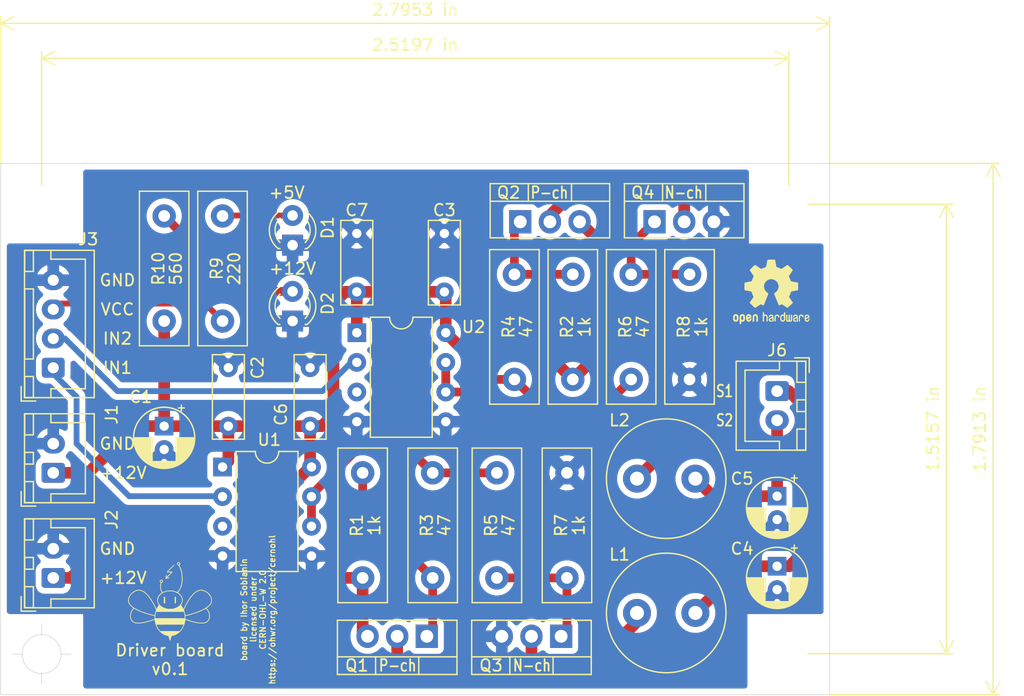
<source format=kicad_pcb>
(kicad_pcb (version 20171130) (host pcbnew 5.1.10-88a1d61d58~90~ubuntu20.04.1)
  (layers (0 F.Cu signal) (31 B.Cu signal) (34 B.Paste user) (35 F.Paste user) (36 B.SilkS user) (37 F.SilkS user) (38 B.Mask user) (39 F.Mask user) (44 Edge.Cuts user))
  (net 0 "")
  (net 1 GND)
  (net 2 +12V)
  (net 3 "Net-(C4-Pad1)")
  (net 4 "Net-(C5-Pad1)")
  (net 5 "Net-(D1-Pad2)")
  (net 6 "Net-(D2-Pad2)")
  (net 7 IN2)
  (net 8 IN1)
  (net 9 +5V)
  (net 10 "Net-(L1-Pad1)")
  (net 11 "Net-(L2-Pad1)")
  (net 12 "Net-(Q1-Pad1)")
  (net 13 "Net-(Q2-Pad1)")
  (net 14 "Net-(Q3-Pad1)")
  (net 15 "Net-(Q4-Pad1)")
  (net 16 "Net-(R3-Pad1)")
  (net 17 "Net-(R4-Pad1)")
  (net 18 "Net-(U1-Pad3)")
  (net 19 "Net-(U2-Pad3)")
  (module logo-beehive:logo-beehive-7_2х6_7mm (layer F.Cu) (at 138.5 108.5)
    (fp_text reference G*** hide)
    (fp_text value LOGO hide)
  )
  (module Connector_JST:JST_XH_B2B-XH-A_1x02_P2.50mm_Vertical (layer F.Cu) (at 128.5 97.5 90)
    (fp_text reference J1 (at 5 5 90) (layer F.SilkS))
    (fp_text value Conn_01x02)
    (pad 2 thru_hole oval (at 2.5 0 90) (size 1.7 2) (drill 1) (layers *.Cu *.Mask) (net 1 GND))
    (pad 1 thru_hole roundrect (at 0 0 90) (size 1.7 2) (drill 1) (layers *.Cu *.Mask) (roundrect_rratio 0.1470588235294118) (net 2 +12V))
  )
  (module Symbol:OSHW-Logo2_7.3x6mm_SilkScreen (layer F.Cu) (at 190 82)
    (fp_text reference REF** hide)
    (fp_text value OSHW-Logo2_7.3x6mm_SilkScreen hide)
  )
  (module MountingHole:MountingHole_3.2mm_M3_DIN965 (layer F.Cu) (at 127.5 113)
    (fp_text reference REF** hide)
    (fp_text value MountingHole_3.2mm_M3_DIN965 hide)
    (pad 1 np_thru_hole circle (at 0 0) (size 3.2 3.2) (drill 3.2) (layers *.Cu *.Mask))
  )
  (module MountingHole:MountingHole_3.2mm_M3_DIN965 (layer F.Cu) (at 127.5 74.5)
    (fp_text reference REF**)
    (fp_text value MountingHole_3.2mm_M3_DIN965)
    (pad 1 np_thru_hole circle (at 0 0) (size 3.2 3.2) (drill 3.2) (layers *.Cu *.Mask))
  )
  (module MountingHole:MountingHole_3.2mm_M3_DIN965 (layer F.Cu) (at 191.5 74.5)
    (fp_text reference REF**)
    (fp_text value MountingHole_3.2mm_M3_DIN965)
    (pad 1 np_thru_hole circle (at 0 0) (size 3.2 3.2) (drill 3.2) (layers *.Cu *.Mask))
  )
  (module MountingHole:MountingHole_3.2mm_M3_DIN965 (layer F.Cu) (at 191.5 113)
    (fp_text reference REF**)
    (fp_text value MountingHole_3.2mm_M3_DIN965)
    (pad 1 np_thru_hole circle (at 0 0) (size 3.2 3.2) (drill 3.2) (layers *.Cu *.Mask))
  )
  (module Package_DIP:DIP-8_W7.62mm (layer F.Cu) (at 154.5 85.5)
    (fp_text reference U2 (at 10 -0.5) (layer F.SilkS))
    (fp_text value TC4420CPA)
    (pad 8 thru_hole oval (at 7.62 0) (size 1.6 1.6) (drill 0.8) (layers *.Cu *.Mask) (net 2 +12V))
    (pad 4 thru_hole oval (at 0 7.62) (size 1.6 1.6) (drill 0.8) (layers *.Cu *.Mask) (net 1 GND))
    (pad 7 thru_hole oval (at 7.62 2.54) (size 1.6 1.6) (drill 0.8) (layers *.Cu *.Mask) (net 17 "Net-(R4-Pad1)"))
    (pad 3 thru_hole oval (at 0 5.08) (size 1.6 1.6) (drill 0.8) (layers *.Cu *.Mask) (net 19 "Net-(U2-Pad3)"))
    (pad 6 thru_hole oval (at 7.62 5.08) (size 1.6 1.6) (drill 0.8) (layers *.Cu *.Mask) (net 17 "Net-(R4-Pad1)"))
    (pad 2 thru_hole oval (at 0 2.54) (size 1.6 1.6) (drill 0.8) (layers *.Cu *.Mask) (net 7 IN2))
    (pad 5 thru_hole oval (at 7.62 7.62) (size 1.6 1.6) (drill 0.8) (layers *.Cu *.Mask) (net 1 GND))
    (pad 1 thru_hole rect (at 0 0) (size 1.6 1.6) (drill 0.8) (layers *.Cu *.Mask) (net 2 +12V))
  )
  (module Package_DIP:DIP-8_W7.62mm (layer F.Cu) (at 143 97)
    (fp_text reference U1 (at 4 -2.33) (layer F.SilkS))
    (fp_text value TC4420CPA)
    (pad 8 thru_hole oval (at 7.62 0) (size 1.6 1.6) (drill 0.8) (layers *.Cu *.Mask) (net 2 +12V))
    (pad 4 thru_hole oval (at 0 7.62) (size 1.6 1.6) (drill 0.8) (layers *.Cu *.Mask) (net 1 GND))
    (pad 7 thru_hole oval (at 7.62 2.54) (size 1.6 1.6) (drill 0.8) (layers *.Cu *.Mask) (net 16 "Net-(R3-Pad1)"))
    (pad 3 thru_hole oval (at 0 5.08) (size 1.6 1.6) (drill 0.8) (layers *.Cu *.Mask) (net 18 "Net-(U1-Pad3)"))
    (pad 6 thru_hole oval (at 7.62 5.08) (size 1.6 1.6) (drill 0.8) (layers *.Cu *.Mask) (net 16 "Net-(R3-Pad1)"))
    (pad 2 thru_hole oval (at 0 2.54) (size 1.6 1.6) (drill 0.8) (layers *.Cu *.Mask) (net 8 IN1))
    (pad 5 thru_hole oval (at 7.62 7.62) (size 1.6 1.6) (drill 0.8) (layers *.Cu *.Mask) (net 1 GND))
    (pad 1 thru_hole rect (at 0 0) (size 1.6 1.6) (drill 0.8) (layers *.Cu *.Mask) (net 2 +12V))
  )
  (module Resistor_THT:R_Box_L13.0mm_W4.0mm_P9.00mm (layer F.Cu) (at 138 84.5 90)
    (fp_text reference R10 (at 4.5 -0.5 90) (layer F.SilkS))
    (fp_text value 560)
    (pad 1 thru_hole circle (at 0 0 90) (size 2 2) (drill 1) (layers *.Cu *.Mask) (net 2 +12V))
    (pad 2 thru_hole circle (at 9 0 90) (size 2 2) (drill 1) (layers *.Cu *.Mask) (net 6 "Net-(D2-Pad2)"))
  )
  (module Resistor_THT:R_Box_L13.0mm_W4.0mm_P9.00mm (layer F.Cu) (at 143 84.5 90)
    (fp_text reference R9 (at 4.5 -0.5 90) (layer F.SilkS))
    (fp_text value 220)
    (pad 2 thru_hole circle (at 9 0 90) (size 2 2) (drill 1) (layers *.Cu *.Mask) (net 5 "Net-(D1-Pad2)"))
    (pad 1 thru_hole circle (at 0 0 90) (size 2 2) (drill 1) (layers *.Cu *.Mask) (net 9 +5V))
  )
  (module Resistor_THT:R_Box_L13.0mm_W4.0mm_P9.00mm (layer F.Cu) (at 183 89.5 90)
    (fp_text reference R8 (at 4.5 -0.5 270) (layer F.SilkS))
    (fp_text value 1k)
    (pad 2 thru_hole circle (at 9 0 90) (size 2 2) (drill 1) (layers *.Cu *.Mask) (net 15 "Net-(Q4-Pad1)"))
    (pad 1 thru_hole circle (at 0 0 90) (size 2 2) (drill 1) (layers *.Cu *.Mask) (net 1 GND))
  )
  (module Resistor_THT:R_Box_L13.0mm_W4.0mm_P9.00mm (layer F.Cu) (at 172.5 97.5 270)
    (fp_text reference R7 (at 4.5 0.5 270) (layer F.SilkS))
    (fp_text value 1k)
    (pad 2 thru_hole circle (at 9 0 270) (size 2 2) (drill 1) (layers *.Cu *.Mask) (net 14 "Net-(Q3-Pad1)"))
    (pad 1 thru_hole circle (at 0 0 270) (size 2 2) (drill 1) (layers *.Cu *.Mask) (net 1 GND))
  )
  (module Resistor_THT:R_Box_L13.0mm_W4.0mm_P9.00mm (layer F.Cu) (at 178 89.5 90)
    (fp_text reference R6 (at 4.5 -0.5 270) (layer F.SilkS))
    (fp_text value 47)
    (pad 2 thru_hole circle (at 9 0 90) (size 2 2) (drill 1) (layers *.Cu *.Mask) (net 15 "Net-(Q4-Pad1)"))
    (pad 1 thru_hole circle (at 0 0 90) (size 2 2) (drill 1) (layers *.Cu *.Mask) (net 17 "Net-(R4-Pad1)"))
  )
  (module Resistor_THT:R_Box_L13.0mm_W4.0mm_P9.00mm (layer F.Cu) (at 166.5 97.5 270)
    (fp_text reference R5 (at 4.5 0.5 270) (layer F.SilkS))
    (fp_text value 47)
    (pad 2 thru_hole circle (at 9 0 270) (size 2 2) (drill 1) (layers *.Cu *.Mask) (net 14 "Net-(Q3-Pad1)"))
    (pad 1 thru_hole circle (at 0 0 270) (size 2 2) (drill 1) (layers *.Cu *.Mask) (net 16 "Net-(R3-Pad1)"))
  )
  (module Resistor_THT:R_Box_L13.0mm_W4.0mm_P9.00mm (layer F.Cu) (at 168 89.5 90)
    (fp_text reference R4 (at 4.5 -0.5 90) (layer F.SilkS))
    (fp_text value 47)
    (pad 2 thru_hole circle (at 9 0 90) (size 2 2) (drill 1) (layers *.Cu *.Mask) (net 13 "Net-(Q2-Pad1)"))
    (pad 1 thru_hole circle (at 0 0 90) (size 2 2) (drill 1) (layers *.Cu *.Mask) (net 17 "Net-(R4-Pad1)"))
  )
  (module Resistor_THT:R_Box_L13.0mm_W4.0mm_P9.00mm (layer F.Cu) (at 161 97.5 270)
    (fp_text reference R3 (at 4.5 0.5 270) (layer F.SilkS))
    (fp_text value 47)
    (pad 2 thru_hole circle (at 9 0 270) (size 2 2) (drill 1) (layers *.Cu *.Mask) (net 12 "Net-(Q1-Pad1)"))
    (pad 1 thru_hole circle (at 0 0 270) (size 2 2) (drill 1) (layers *.Cu *.Mask) (net 16 "Net-(R3-Pad1)"))
  )
  (module Resistor_THT:R_Box_L13.0mm_W4.0mm_P9.00mm (layer F.Cu) (at 173 80.5 270)
    (fp_text reference R2 (at 4.5 0.5 270) (layer F.SilkS))
    (fp_text value 1k)
    (pad 2 thru_hole circle (at 9 0 270) (size 2 2) (drill 1) (layers *.Cu *.Mask) (net 2 +12V))
    (pad 1 thru_hole circle (at 0 0 270) (size 2 2) (drill 1) (layers *.Cu *.Mask) (net 13 "Net-(Q2-Pad1)"))
  )
  (module Resistor_THT:R_Box_L13.0mm_W4.0mm_P9.00mm (layer F.Cu) (at 155 97.5 270)
    (fp_text reference R1 (at 4.5 0.5 270) (layer F.SilkS))
    (fp_text value 1k)
    (pad 2 thru_hole circle (at 9 0 270) (size 2 2) (drill 1) (layers *.Cu *.Mask) (net 2 +12V))
    (pad 1 thru_hole circle (at 0 0 270) (size 2 2) (drill 1) (layers *.Cu *.Mask) (net 12 "Net-(Q1-Pad1)"))
  )
  (module Package_TO_SOT_THT:TO-220-3_Vertical (layer F.Cu) (at 180 76)
    (fp_text reference Q4 (at -1 -2.5) (layer F.SilkS))
    (fp_text value IRFZ24NPBF)
    (pad 3 thru_hole oval (at 5.08 0) (size 1.905 2) (drill 1.1) (layers *.Cu *.Mask) (net 1 GND))
    (pad 2 thru_hole oval (at 2.54 0) (size 1.905 2) (drill 1.1) (layers *.Cu *.Mask) (net 11 "Net-(L2-Pad1)"))
    (pad 1 thru_hole rect (at 0 0) (size 1.905 2) (drill 1.1) (layers *.Cu *.Mask) (net 15 "Net-(Q4-Pad1)"))
  )
  (module Package_TO_SOT_THT:TO-220-3_Vertical (layer F.Cu) (at 172 111.5 180)
    (fp_text reference Q3 (at 6 -2.5) (layer F.SilkS))
    (fp_text value IRFZ24NPBF)
    (pad 3 thru_hole oval (at 5.08 0 180) (size 1.905 2) (drill 1.1) (layers *.Cu *.Mask) (net 1 GND))
    (pad 2 thru_hole oval (at 2.54 0 180) (size 1.905 2) (drill 1.1) (layers *.Cu *.Mask) (net 10 "Net-(L1-Pad1)"))
    (pad 1 thru_hole rect (at 0 0 180) (size 1.905 2) (drill 1.1) (layers *.Cu *.Mask) (net 14 "Net-(Q3-Pad1)"))
  )
  (module Package_TO_SOT_THT:TO-220-3_Vertical (layer F.Cu) (at 168.5 76)
    (fp_text reference Q2 (at -1 -2.5) (layer F.SilkS))
    (fp_text value IRF9Z34NPBF)
    (pad 3 thru_hole oval (at 5.08 0) (size 1.905 2) (drill 1.1) (layers *.Cu *.Mask) (net 2 +12V))
    (pad 2 thru_hole oval (at 2.54 0) (size 1.905 2) (drill 1.1) (layers *.Cu *.Mask) (net 11 "Net-(L2-Pad1)"))
    (pad 1 thru_hole rect (at 0 0) (size 1.905 2) (drill 1.1) (layers *.Cu *.Mask) (net 13 "Net-(Q2-Pad1)"))
  )
  (module Package_TO_SOT_THT:TO-220-3_Vertical (layer F.Cu) (at 160.5 111.5 180)
    (fp_text reference Q1 (at 6 -2.5) (layer F.SilkS))
    (fp_text value IRF9Z34NPBF)
    (pad 3 thru_hole oval (at 5.08 0 180) (size 1.905 2) (drill 1.1) (layers *.Cu *.Mask) (net 2 +12V))
    (pad 2 thru_hole oval (at 2.54 0 180) (size 1.905 2) (drill 1.1) (layers *.Cu *.Mask) (net 10 "Net-(L1-Pad1)"))
    (pad 1 thru_hole rect (at 0 0 180) (size 1.905 2) (drill 1.1) (layers *.Cu *.Mask) (net 12 "Net-(Q1-Pad1)"))
  )
  (module Inductor_THT:L_Radial_D10.0mm_P5.00mm_Neosid_SD12_style3 (layer F.Cu) (at 178.5 98)
    (fp_text reference L2 (at -1.5 -5) (layer F.SilkS))
    (fp_text value 33u)
    (pad 2 thru_hole circle (at 5 0) (size 2.4 2.4) (drill 1.2) (layers *.Cu *.Mask) (net 4 "Net-(C5-Pad1)"))
    (pad 1 thru_hole circle (at 0 0) (size 2.4 2.4) (drill 1.2) (layers *.Cu *.Mask) (net 11 "Net-(L2-Pad1)"))
  )
  (module Inductor_THT:L_Radial_D10.0mm_P5.00mm_Neosid_SD12_style3 (layer F.Cu) (at 178.5 109.5)
    (fp_text reference L1 (at -1.5 -5) (layer F.SilkS))
    (fp_text value 33u)
    (pad 2 thru_hole circle (at 5 0) (size 2.4 2.4) (drill 1.2) (layers *.Cu *.Mask) (net 3 "Net-(C4-Pad1)"))
    (pad 1 thru_hole circle (at 0 0) (size 2.4 2.4) (drill 1.2) (layers *.Cu *.Mask) (net 10 "Net-(L1-Pad1)"))
  )
  (module Connector_JST:JST_XH_B2B-XH-A_1x02_P2.50mm_Vertical (layer F.Cu) (at 190.5 90.5 270)
    (fp_text reference J6 (at -3.5 0 180) (layer F.SilkS))
    (fp_text value Conn_01x02)
    (pad 2 thru_hole oval (at 2.5 0 270) (size 1.7 2) (drill 1) (layers *.Cu *.Mask) (net 4 "Net-(C5-Pad1)"))
    (pad 1 thru_hole roundrect (at 0 0 270) (size 1.7 2) (drill 1) (layers *.Cu *.Mask) (roundrect_rratio 0.1470588235294118) (net 3 "Net-(C4-Pad1)"))
  )
  (module Connector_JST:JST_XH_B4B-XH-A_1x04_P2.50mm_Vertical (layer F.Cu) (at 128.5 88.5 90)
    (fp_text reference J3 (at 11 3 180) (layer F.SilkS))
    (fp_text value Conn_01x04)
    (pad 4 thru_hole oval (at 7.5 0 90) (size 1.7 1.95) (drill 0.95) (layers *.Cu *.Mask) (net 1 GND))
    (pad 3 thru_hole oval (at 5 0 90) (size 1.7 1.95) (drill 0.95) (layers *.Cu *.Mask) (net 9 +5V))
    (pad 2 thru_hole oval (at 2.5 0 90) (size 1.7 1.95) (drill 0.95) (layers *.Cu *.Mask) (net 7 IN2))
    (pad 1 thru_hole roundrect (at 0 0 90) (size 1.7 1.95) (drill 0.95) (layers *.Cu *.Mask) (roundrect_rratio 0.1470588235294118) (net 8 IN1))
  )
  (module Connector_JST:JST_XH_B2B-XH-A_1x02_P2.50mm_Vertical (layer F.Cu) (at 128.5 106.5 90)
    (fp_text reference J2 (at 5 5 90) (layer F.SilkS))
    (fp_text value Conn_01x02)
    (pad 2 thru_hole oval (at 2.5 0 90) (size 1.7 2) (drill 1) (layers *.Cu *.Mask) (net 1 GND))
    (pad 1 thru_hole roundrect (at 0 0 90) (size 1.7 2) (drill 1) (layers *.Cu *.Mask) (roundrect_rratio 0.1470588235294118) (net 2 +12V))
  )
  (module LED_THT:LED_D3.0mm (layer F.Cu) (at 149 84.5 90)
    (fp_text reference D2 (at 1.5 3 270) (layer F.SilkS))
    (fp_text value LED)
    (pad 2 thru_hole circle (at 2.54 0 90) (size 1.8 1.8) (drill 0.9) (layers *.Cu *.Mask) (net 6 "Net-(D2-Pad2)"))
    (pad 1 thru_hole rect (at 0 0 90) (size 1.8 1.8) (drill 0.9) (layers *.Cu *.Mask) (net 1 GND))
  )
  (module LED_THT:LED_D3.0mm (layer F.Cu) (at 149 78 90)
    (fp_text reference D1 (at 1.5 3 270) (layer F.SilkS))
    (fp_text value LED)
    (pad 2 thru_hole circle (at 2.54 0 90) (size 1.8 1.8) (drill 0.9) (layers *.Cu *.Mask) (net 5 "Net-(D1-Pad2)"))
    (pad 1 thru_hole rect (at 0 0 90) (size 1.8 1.8) (drill 0.9) (layers *.Cu *.Mask) (net 1 GND))
  )
  (module Capacitor_THT:C_Disc_D7.0mm_W2.5mm_P5.00mm (layer F.Cu) (at 154.5 82 90)
    (fp_text reference C7 (at 7 0 180) (layer F.SilkS))
    (fp_text value 100nF)
    (pad 2 thru_hole circle (at 5 0 90) (size 1.6 1.6) (drill 0.8) (layers *.Cu *.Mask) (net 1 GND))
    (pad 1 thru_hole circle (at 0 0 90) (size 1.6 1.6) (drill 0.8) (layers *.Cu *.Mask) (net 2 +12V))
  )
  (module Capacitor_THT:C_Disc_D7.0mm_W2.5mm_P5.00mm (layer F.Cu) (at 150.5 93.5 90)
    (fp_text reference C6 (at 1 -2.5 90) (layer F.SilkS))
    (fp_text value 100nF)
    (pad 2 thru_hole circle (at 5 0 90) (size 1.6 1.6) (drill 0.8) (layers *.Cu *.Mask) (net 1 GND))
    (pad 1 thru_hole circle (at 0 0 90) (size 1.6 1.6) (drill 0.8) (layers *.Cu *.Mask) (net 2 +12V))
  )
  (module Capacitor_THT:CP_Radial_D5.0mm_P2.00mm (layer F.Cu) (at 190.5 99.5 270)
    (fp_text reference C5 (at -1.5 3 180) (layer F.SilkS))
    (fp_text value 22u)
    (pad 2 thru_hole circle (at 2 0 270) (size 1.6 1.6) (drill 0.8) (layers *.Cu *.Mask) (net 1 GND))
    (pad 1 thru_hole rect (at 0 0 270) (size 1.6 1.6) (drill 0.8) (layers *.Cu *.Mask) (net 4 "Net-(C5-Pad1)"))
  )
  (module Capacitor_THT:CP_Radial_D5.0mm_P2.00mm (layer F.Cu) (at 190.5 105.5 270)
    (fp_text reference C4 (at -1.5 3 180) (layer F.SilkS))
    (fp_text value 22u)
    (pad 2 thru_hole circle (at 2 0 270) (size 1.6 1.6) (drill 0.8) (layers *.Cu *.Mask) (net 1 GND))
    (pad 1 thru_hole rect (at 0 0 270) (size 1.6 1.6) (drill 0.8) (layers *.Cu *.Mask) (net 3 "Net-(C4-Pad1)"))
  )
  (module Capacitor_THT:C_Disc_D7.0mm_W2.5mm_P5.00mm (layer F.Cu) (at 162 82 90)
    (fp_text reference C3 (at 7 0 180) (layer F.SilkS))
    (fp_text value 100nF)
    (pad 2 thru_hole circle (at 5 0 90) (size 1.6 1.6) (drill 0.8) (layers *.Cu *.Mask) (net 1 GND))
    (pad 1 thru_hole circle (at 0 0 90) (size 1.6 1.6) (drill 0.8) (layers *.Cu *.Mask) (net 2 +12V))
  )
  (module Capacitor_THT:C_Disc_D7.0mm_W2.5mm_P5.00mm (layer F.Cu) (at 143.5 93.5 90)
    (fp_text reference C2 (at 5 2.5 90) (layer F.SilkS))
    (fp_text value 100nF)
    (pad 2 thru_hole circle (at 5 0 90) (size 1.6 1.6) (drill 0.8) (layers *.Cu *.Mask) (net 1 GND))
    (pad 1 thru_hole circle (at 0 0 90) (size 1.6 1.6) (drill 0.8) (layers *.Cu *.Mask) (net 2 +12V))
  )
  (module Capacitor_THT:CP_Radial_D5.0mm_P2.00mm (layer F.Cu) (at 138 93.5 270)
    (fp_text reference C1 (at -2.5 2 180) (layer F.SilkS))
    (fp_text value 22u)
    (pad 1 thru_hole rect (at 0 0 270) (size 1.6 1.6) (drill 0.8) (layers *.Cu *.Mask) (net 2 +12V))
    (pad 2 thru_hole circle (at 2 0 270) (size 1.6 1.6) (drill 0.8) (layers *.Cu *.Mask) (net 1 GND))
  )
  (target plus (at 127.508 113.03) (size 5) (width 0.05) (layer Edge.Cuts))
  (gr_text "board by Ihor Sobianin\nlicensed under\nCERN-OHL-W 2.0\nhttps://ohwr.org/project/cernohl" (at 146.05 109.22 90) (layer F.SilkS) (effects (font (size 0.5 0.5) (thickness 0.1))))
  (gr_text +12V (at 134.5 106.5) (layer F.SilkS) (effects (font (size 1 1))))
  (gr_text GND (at 134 104) (layer F.SilkS) (effects (font (size 1 1))))
  (gr_text "Driver board\nv0.1" (at 138.5 113.5) (layer F.SilkS) (effects (font (size 1 1))))
  (gr_text 560 (at 139 80 90) (layer F.SilkS) (effects (font (size 1 1))))
  (gr_text 220 (at 144 80 90) (layer F.SilkS) (effects (font (size 1 1))))
  (gr_text 47 (at 167.5 102 90) (layer F.SilkS) (effects (font (size 1 1))))
  (gr_text 1k (at 173.5 102 90) (layer F.SilkS) (effects (font (size 1 1))))
  (gr_text 47 (at 162 102 90) (layer F.SilkS) (effects (font (size 1 1))))
  (gr_text 1k (at 156 102 90) (layer F.SilkS) (effects (font (size 1 1))))
  (gr_text 1k (at 184 85 90) (layer F.SilkS) (effects (font (size 1 1))))
  (gr_text 1k (at 174 85 90) (layer F.SilkS) (effects (font (size 1 1))))
  (gr_text 47 (at 179 85 90) (layer F.SilkS) (effects (font (size 1 1))))
  (gr_text 47 (at 169 85 90) (layer F.SilkS) (effects (font (size 1 1))))
  (gr_text P-ch (at 171 73.5) (layer F.SilkS) (effects (font (size 1 0.8))))
  (gr_text N-ch (at 182.5 73.5) (layer F.SilkS) (effects (font (size 1 0.8))))
  (gr_text N-ch (at 169.5 114) (layer F.SilkS) (effects (font (size 1 0.8))))
  (gr_text P-ch (at 158 114) (layer F.SilkS) (effects (font (size 1 0.8))))
  (gr_text GND (at 134 95) (layer F.SilkS) (effects (font (size 1 1))))
  (gr_text +12V (at 134.5 97.5) (layer F.SilkS) (effects (font (size 1 1))))
  (dimension 38.5 (width 0.12) (layer F.SilkS) (gr_text "38.500 mm" (at 206.27 93.75 270) (layer F.SilkS) (effects (font (size 1 1) (thickness 0.15)))) (feature1 (pts (xy 191.5 113) (xy 205.586421 113))) (feature2 (pts (xy 191.5 74.5) (xy 205.586421 74.5))) (crossbar (pts (xy 205 74.5) (xy 205 113))) (arrow1a (pts (xy 205 113) (xy 204.413579 111.873496))) (arrow1b (pts (xy 205 113) (xy 205.586421 111.873496))) (arrow2a (pts (xy 205 74.5) (xy 204.413579 75.626504))) (arrow2b (pts (xy 205 74.5) (xy 205.586421 75.626504))))
  (dimension 45.5 (width 0.12) (layer F.SilkS) (gr_text "45.500 mm" (at 210.27 93.75 270) (layer F.SilkS) (effects (font (size 1 1) (thickness 0.15)))) (feature1 (pts (xy 195 116.5) (xy 209.586421 116.5))) (feature2 (pts (xy 195 71) (xy 209.586421 71))) (crossbar (pts (xy 209 71) (xy 209 116.5))) (arrow1a (pts (xy 209 116.5) (xy 208.413579 115.373496))) (arrow1b (pts (xy 209 116.5) (xy 209.586421 115.373496))) (arrow2a (pts (xy 209 71) (xy 208.413579 72.126504))) (arrow2b (pts (xy 209 71) (xy 209.586421 72.126504))))
  (dimension 64 (width 0.12) (layer F.SilkS) (gr_text "64.000 mm" (at 159.5 60.73) (layer F.SilkS) (effects (font (size 1 1) (thickness 0.15)))) (feature1 (pts (xy 191.5 74.5) (xy 191.5 61.413579))) (feature2 (pts (xy 127.5 74.5) (xy 127.5 61.413579))) (crossbar (pts (xy 127.5 62) (xy 191.5 62))) (arrow1a (pts (xy 191.5 62) (xy 190.373496 62.586421))) (arrow1b (pts (xy 191.5 62) (xy 190.373496 61.413579))) (arrow2a (pts (xy 127.5 62) (xy 128.626504 62.586421))) (arrow2b (pts (xy 127.5 62) (xy 128.626504 61.413579))))
  (dimension 71 (width 0.12) (layer F.SilkS) (gr_text "71.000 mm" (at 159.5 57.73) (layer F.SilkS) (effects (font (size 1 1) (thickness 0.15)))) (feature1 (pts (xy 195 71) (xy 195 58.413579))) (feature2 (pts (xy 124 71) (xy 124 58.413579))) (crossbar (pts (xy 124 59) (xy 195 59))) (arrow1a (pts (xy 195 59) (xy 193.873496 59.586421))) (arrow1b (pts (xy 195 59) (xy 193.873496 58.413579))) (arrow2a (pts (xy 124 59) (xy 125.126504 59.586421))) (arrow2b (pts (xy 124 59) (xy 125.126504 58.413579))))
  (gr_text S1 (at 186 90.5) (layer F.SilkS) (effects (font (size 1 0.75))))
  (gr_text S2 (at 186 93) (layer F.SilkS) (effects (font (size 1 0.75))))
  (gr_text VCC (at 134 83.5) (layer F.SilkS) (effects (font (size 1 1))))
  (gr_text GND (at 134 81) (layer F.SilkS) (effects (font (size 1 1))))
  (gr_text IN1 (at 134 88.5) (layer F.SilkS) (effects (font (size 1 1))))
  (gr_text IN2 (at 134 86) (layer F.SilkS) (effects (font (size 1 1))))
  (gr_text +12V (at 149 80) (layer F.SilkS) (effects (font (size 1 1))))
  (gr_text +5V (at 148.5 73.5) (layer F.SilkS) (effects (font (size 1 1))))
  (gr_line (start 124 116.5) (end 124 71) (layer Edge.Cuts) (width 0.05))
  (gr_line (start 195 116.5) (end 124 116.5) (layer Edge.Cuts) (width 0.05))
  (gr_line (start 195 71) (end 195 116.5) (layer Edge.Cuts) (width 0.05))
  (gr_line (start 124 71) (end 195 71) (layer Edge.Cuts) (width 0.05))
  (segment (start 130.5 97.5) (end 131.54 98.54) (width 0.75) (layer F.Cu) (net 2))
  (segment (start 143.5 96.5) (end 143 97) (width 1) (layer F.Cu) (net 2))
  (segment (start 143.5 93.5) (end 143.5 96.5) (width 1) (layer F.Cu) (net 2))
  (segment (start 143.5 93.5) (end 150.5 93.5) (width 1) (layer F.Cu) (net 2))
  (segment (start 150.5 96.88) (end 150.62 97) (width 1) (layer F.Cu) (net 2))
  (segment (start 150.5 93.5) (end 150.5 96.88) (width 1) (layer F.Cu) (net 2))
  (segment (start 155 111.08) (end 155.42 111.5) (width 1) (layer F.Cu) (net 2))
  (segment (start 155 106.5) (end 155 111.08) (width 1) (layer F.Cu) (net 2))
  (segment (start 149.5 106.5) (end 155 106.5) (width 1) (layer F.Cu) (net 2))
  (segment (start 148.5 105.5) (end 149.5 106.5) (width 1) (layer F.Cu) (net 2))
  (segment (start 148.5 99) (end 148.5 105.5) (width 1) (layer F.Cu) (net 2))
  (segment (start 150.62 97) (end 150.5 97) (width 1) (layer F.Cu) (net 2))
  (segment (start 150.5 97) (end 148.5 99) (width 1) (layer F.Cu) (net 2))
  (segment (start 154.5 82) (end 154.5 85.5) (width 1) (layer F.Cu) (net 2))
  (segment (start 170 86.5) (end 173 89.5) (width 1) (layer F.Cu) (net 2))
  (segment (start 163.12 86.5) (end 170 86.5) (width 1) (layer F.Cu) (net 2))
  (segment (start 162.12 85.5) (end 163.12 86.5) (width 1) (layer F.Cu) (net 2))
  (segment (start 175.5 77.92) (end 173.58 76) (width 1) (layer F.Cu) (net 2))
  (segment (start 175.5 87) (end 175.5 77.92) (width 1) (layer F.Cu) (net 2))
  (segment (start 173 89.5) (end 175.5 87) (width 1) (layer F.Cu) (net 2))
  (segment (start 131.5 97.5) (end 128.5 97.5) (width 1) (layer F.Cu) (net 2))
  (segment (start 131.5 98.5) (end 131.5 97.5) (width 1) (layer F.Cu) (net 2))
  (segment (start 131.5 105) (end 131.5 98.5) (width 1) (layer F.Cu) (net 2))
  (segment (start 130 106.5) (end 131.5 105) (width 1) (layer F.Cu) (net 2))
  (segment (start 128.5 106.5) (end 130 106.5) (width 1) (layer F.Cu) (net 2))
  (segment (start 162 82) (end 154.5 82) (width 1) (layer F.Cu) (net 2))
  (segment (start 162.12 82.12) (end 162 82) (width 1) (layer F.Cu) (net 2))
  (segment (start 162.12 85.5) (end 162.12 82.12) (width 1) (layer F.Cu) (net 2))
  (segment (start 153.5 82) (end 154.5 82) (width 1) (layer F.Cu) (net 2))
  (segment (start 152.5 83) (end 153.5 82) (width 1) (layer F.Cu) (net 2))
  (segment (start 152.5 92.5) (end 152.5 83) (width 1) (layer F.Cu) (net 2))
  (segment (start 151.5 93.5) (end 152.5 92.5) (width 1) (layer F.Cu) (net 2))
  (segment (start 150.5 93.5) (end 151.5 93.5) (width 1) (layer F.Cu) (net 2))
  (segment (start 138 93.5) (end 138 84.5) (width 1) (layer F.Cu) (net 2))
  (segment (start 131.5 97.5) (end 135.5 93.5) (width 1) (layer F.Cu) (net 2))
  (segment (start 135.5 93.5) (end 143.5 93.5) (width 1) (layer F.Cu) (net 2))
  (segment (start 187.5 105.5) (end 190.5 105.5) (width 1) (layer F.Cu) (net 3))
  (segment (start 183.5 109.5) (end 187.5 105.5) (width 1) (layer F.Cu) (net 3))
  (segment (start 191.5 90.5) (end 190.5 90.5) (width 1) (layer F.Cu) (net 3))
  (segment (start 193 92) (end 191.5 90.5) (width 1) (layer F.Cu) (net 3))
  (segment (start 193 104.05) (end 193 92) (width 1) (layer F.Cu) (net 3))
  (segment (start 190.5 105.5) (end 191.55 105.5) (width 1) (layer F.Cu) (net 3))
  (segment (start 191.55 105.5) (end 193 104.05) (width 1) (layer F.Cu) (net 3))
  (segment (start 190.5 99.5) (end 190.5 93) (width 1) (layer F.Cu) (net 4))
  (segment (start 185 99.5) (end 190.5 99.5) (width 1) (layer F.Cu) (net 4))
  (segment (start 183.5 98) (end 185 99.5) (width 1) (layer F.Cu) (net 4))
  (segment (start 143.04 75.46) (end 143 75.5) (width 0.5) (layer F.Cu) (net 5))
  (segment (start 149 75.46) (end 143.04 75.46) (width 0.5) (layer F.Cu) (net 5))
  (segment (start 144.46 81.96) (end 149 81.96) (width 0.75) (layer F.Cu) (net 6))
  (segment (start 138 75.5) (end 144.46 81.96) (width 0.75) (layer F.Cu) (net 6))
  (segment (start 154.02 88.04) (end 154.5 88.04) (width 0.5) (layer B.Cu) (net 7))
  (segment (start 151.56 90.5) (end 154.02 88.04) (width 0.5) (layer B.Cu) (net 7))
  (segment (start 129.5 86) (end 134 90.5) (width 0.5) (layer B.Cu) (net 7))
  (segment (start 134 90.5) (end 151.56 90.5) (width 0.5) (layer B.Cu) (net 7))
  (segment (start 128.5 86) (end 129.5 86) (width 0.5) (layer B.Cu) (net 7))
  (segment (start 128.5 89) (end 128.5 88.5) (width 0.5) (layer B.Cu) (net 8))
  (segment (start 130.5 91) (end 128.5 89) (width 0.5) (layer B.Cu) (net 8))
  (segment (start 135 99.5) (end 130.5 95) (width 0.5) (layer B.Cu) (net 8))
  (segment (start 130.5 95) (end 130.5 91) (width 0.5) (layer B.Cu) (net 8))
  (segment (start 142.96 99.5) (end 135 99.5) (width 0.5) (layer B.Cu) (net 8))
  (segment (start 143 99.54) (end 142.96 99.5) (width 0.5) (layer B.Cu) (net 8))
  (segment (start 129 83) (end 128.5 83.5) (width 0.5) (layer F.Cu) (net 9))
  (segment (start 141.5 83) (end 129 83) (width 0.5) (layer F.Cu) (net 9))
  (segment (start 143 84.5) (end 141.5 83) (width 0.5) (layer F.Cu) (net 9))
  (segment (start 169.5 113) (end 170.54 114.04) (width 0.75) (layer F.Cu) (net 10))
  (segment (start 169.5 113) (end 168.46 114.04) (width 0.75) (layer F.Cu) (net 10))
  (segment (start 178.5 109.75) (end 178.5 109.5) (width 1) (layer F.Cu) (net 10))
  (segment (start 170.5 114) (end 174.75 114) (width 1) (layer F.Cu) (net 10))
  (segment (start 157.96 113.21) (end 158.75 114) (width 1) (layer F.Cu) (net 10))
  (segment (start 157.96 111.5) (end 157.96 113.21) (width 1) (layer F.Cu) (net 10))
  (segment (start 178.5 110.25) (end 178.125 110.625) (width 1) (layer F.Cu) (net 10))
  (segment (start 178.5 109.5) (end 178.5 110.25) (width 1) (layer F.Cu) (net 10))
  (segment (start 174.75 114) (end 178.125 110.625) (width 1) (layer F.Cu) (net 10))
  (segment (start 169.46 113.96) (end 169.5 114) (width 1) (layer F.Cu) (net 10))
  (segment (start 169.46 111.5) (end 169.46 113.96) (width 1) (layer F.Cu) (net 10))
  (segment (start 169.5 114) (end 170.5 114) (width 1) (layer F.Cu) (net 10))
  (segment (start 158.75 114) (end 169.5 114) (width 1) (layer F.Cu) (net 10))
  (segment (start 182.46 74.54) (end 183.5 73.5) (width 0.75) (layer F.Cu) (net 11))
  (segment (start 182.54 74.54) (end 181.5 73.5) (width 0.75) (layer F.Cu) (net 11))
  (segment (start 182.54 76) (end 182.54 74.04) (width 1) (layer F.Cu) (net 11))
  (segment (start 171.04 75.46) (end 171.04 76) (width 1) (layer F.Cu) (net 11))
  (segment (start 173 73.5) (end 171.04 75.46) (width 1) (layer F.Cu) (net 11))
  (segment (start 186 73.5) (end 173 73.5) (width 1) (layer F.Cu) (net 11))
  (segment (start 187.5 75) (end 186 73.5) (width 1) (layer F.Cu) (net 11))
  (segment (start 187.5 89) (end 187.5 75) (width 1) (layer F.Cu) (net 11))
  (segment (start 178.5 98) (end 187.5 89) (width 1) (layer F.Cu) (net 11))
  (segment (start 155 100.5) (end 161 106.5) (width 0.75) (layer F.Cu) (net 12))
  (segment (start 155 97.5) (end 155 100.5) (width 0.75) (layer F.Cu) (net 12))
  (segment (start 161 111) (end 160.5 111.5) (width 0.75) (layer F.Cu) (net 12))
  (segment (start 161 106.5) (end 161 111) (width 0.75) (layer F.Cu) (net 12))
  (segment (start 173 80.5) (end 168 80.5) (width 0.75) (layer F.Cu) (net 13))
  (segment (start 168 76.5) (end 168.5 76) (width 0.75) (layer F.Cu) (net 13))
  (segment (start 168 80.5) (end 168 76.5) (width 0.75) (layer F.Cu) (net 13))
  (segment (start 166.5 106.5) (end 172.5 106.5) (width 0.75) (layer F.Cu) (net 14))
  (segment (start 172.5 111) (end 172 111.5) (width 0.75) (layer F.Cu) (net 14))
  (segment (start 172.5 106.5) (end 172.5 111) (width 0.75) (layer F.Cu) (net 14))
  (segment (start 183 80.5) (end 178 80.5) (width 0.75) (layer F.Cu) (net 15))
  (segment (start 178 78) (end 178 80.5) (width 0.75) (layer F.Cu) (net 15))
  (segment (start 180 76) (end 178 78) (width 0.75) (layer F.Cu) (net 15))
  (segment (start 150.62 102.08) (end 150.62 99.54) (width 0.75) (layer F.Cu) (net 16))
  (segment (start 159 95.5) (end 161 97.5) (width 0.75) (layer F.Cu) (net 16))
  (segment (start 154.5 95.5) (end 159 95.5) (width 0.75) (layer F.Cu) (net 16))
  (segment (start 150.62 99.54) (end 150.62 99.38) (width 0.75) (layer F.Cu) (net 16))
  (segment (start 150.62 99.38) (end 154.5 95.5) (width 0.75) (layer F.Cu) (net 16))
  (segment (start 161 97.5) (end 166.5 97.5) (width 0.75) (layer F.Cu) (net 16))
  (segment (start 162.12 90.58) (end 162.12 88.04) (width 0.75) (layer F.Cu) (net 17))
  (segment (start 176 91.5) (end 178 89.5) (width 0.75) (layer F.Cu) (net 17))
  (segment (start 170 91.5) (end 176 91.5) (width 0.75) (layer F.Cu) (net 17))
  (segment (start 168 89.5) (end 170 91.5) (width 0.75) (layer F.Cu) (net 17))
  (segment (start 165.5 89.5) (end 168 89.5) (width 0.75) (layer F.Cu) (net 17))
  (segment (start 164.42 90.58) (end 165.5 89.5) (width 0.75) (layer F.Cu) (net 17))
  (segment (start 162.12 90.58) (end 164.42 90.58) (width 0.75) (layer F.Cu) (net 17))
  (zone (net 1) (net_name GND) (layer B.Cu) (connect_pads (clearance 0.5)) (min_thickness 0.5) (fill yes (arc_segments 32) (thermal_gap 0.5) (thermal_bridge_width 1))
    (polygon (pts (xy 124.5 71.5) (xy 194.5 71.5) (xy 194.5 116) (xy 124.5 116)))
  )
  (zone (net 0) (net_name "") (layers F&B.Cu) (connect_pads (clearance 0.5)) (min_thickness 0.254)
    (keepout (tracks not_allowed) (vias not_allowed) (copperpour not_allowed))
    (fill (arc_segments 32) (thermal_gap 0.508) (thermal_bridge_width 0.508))
    (polygon (pts (xy 131.064 77.851) (xy 124.079 77.851) (xy 124.079 70.993) (xy 131.064 70.993)))
  )
  (zone (net 0) (net_name "") (layers F&B.Cu) (connect_pads (clearance 0.5)) (min_thickness 0.254)
    (keepout (tracks not_allowed) (vias not_allowed) (copperpour not_allowed))
    (fill (arc_segments 32) (thermal_gap 0.508) (thermal_bridge_width 0.508))
    (polygon (pts (xy 131.064 116.459) (xy 124.079 116.459) (xy 124.079 109.601) (xy 131.064 109.601)))
  )
  (zone (net 0) (net_name "") (layers F&B.Cu) (connect_pads (clearance 0.5)) (min_thickness 0.254)
    (keepout (tracks not_allowed) (vias not_allowed) (copperpour not_allowed))
    (fill (arc_segments 32) (thermal_gap 0.508) (thermal_bridge_width 0.508))
    (polygon (pts (xy 194.945 116.459) (xy 187.96 116.459) (xy 187.96 109.601) (xy 194.945 109.601)))
  )
  (zone (net 0) (net_name "") (layers F&B.Cu) (connect_pads (clearance 0.5)) (min_thickness 0.254)
    (keepout (tracks not_allowed) (vias not_allowed) (copperpour not_allowed))
    (fill (arc_segments 32) (thermal_gap 0.508) (thermal_bridge_width 0.508))
    (polygon (pts (xy 195.072 77.851) (xy 188.087 77.851) (xy 188.087 70.993) (xy 195.072 70.993)))
  )
)
</source>
